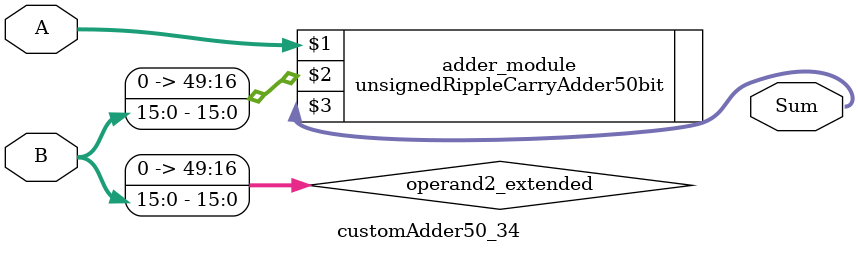
<source format=v>
module customAdder50_34(
                        input [49 : 0] A,
                        input [15 : 0] B,
                        
                        output [50 : 0] Sum
                );

        wire [49 : 0] operand2_extended;
        
        assign operand2_extended =  {34'b0, B};
        
        unsignedRippleCarryAdder50bit adder_module(
            A,
            operand2_extended,
            Sum
        );
        
        endmodule
        
</source>
